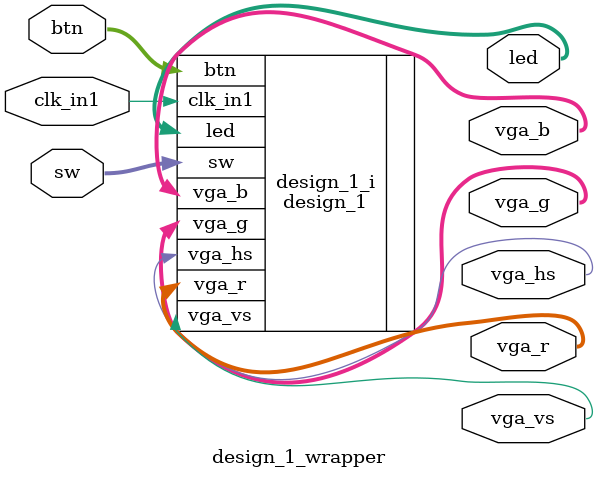
<source format=v>
`timescale 1 ps / 1 ps

module design_1_wrapper
   (btn,
    clk_in1,
    led,
    sw,
    vga_b,
    vga_g,
    vga_hs,
    vga_r,
    vga_vs);
  input [3:0]btn;
  input clk_in1;
  output [3:0]led;
  input [3:0]sw;
  output [4:0]vga_b;
  output [5:0]vga_g;
  output vga_hs;
  output [4:0]vga_r;
  output vga_vs;

  wire [3:0]btn;
  wire clk_in1;
  wire [3:0]led;
  wire [3:0]sw;
  wire [4:0]vga_b;
  wire [5:0]vga_g;
  wire vga_hs;
  wire [4:0]vga_r;
  wire vga_vs;

design_1 design_1_i
       (.btn(btn),
        .clk_in1(clk_in1),
        .led(led),
        .sw(sw),
        .vga_b(vga_b),
        .vga_g(vga_g),
        .vga_hs(vga_hs),
        .vga_r(vga_r),
        .vga_vs(vga_vs));
endmodule

</source>
